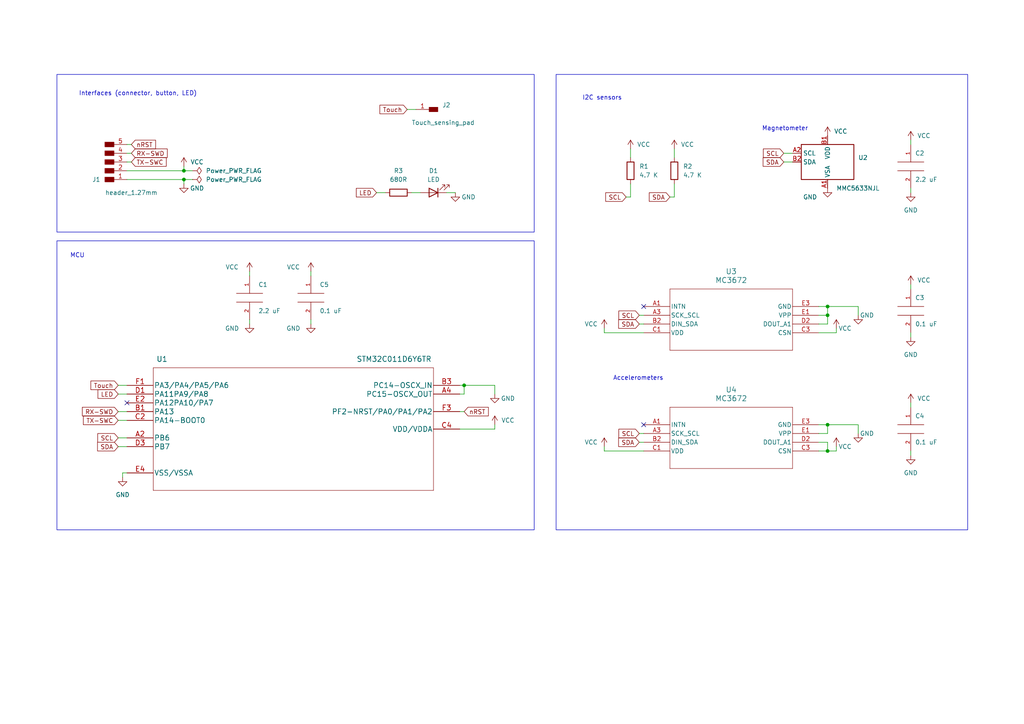
<source format=kicad_sch>
(kicad_sch (version 20230121) (generator eeschema)
  (paper "A4")
  (title_block (title "FiberCircuits - MCU & sensing fiber") (date "2023-09-06") (rev "1.0"))
  (lib_symbols
    (symbol "CBA lib:Conn_PinHeader_1x01_P2.54mm_Horizontal_SMD" (pin_names (offset 1.016) hide)
      (property "Reference" "J" (at 0 2.54 0))
      (property "Value" "Conn_PinHeader_1x01_P2.54mm_Horizontal_SMD" (at 0 -2.54 0))
      (symbol "Conn_PinHeader_1x01_P2.54mm_Horizontal_SMD_1_1"
        (rectangle (start -1.27 0.635) (end 1.27 -0.635) (stroke (width 0.1524)) (fill (type outline)))
        (pin passive line (at 5.08 0 180) (length 3.81) (name "Pin_1") (number "1"))
      )
    )
    (symbol "CBA lib:Conn_PinHeader_1x05_P2.54mm_Vertical_THT_D1mm" (pin_names hide)
      (property "Reference" "J" (at 0 7.62 0))
      (property "Value" "Conn_PinHeader_1x05_P2.54mm_Vertical_THT_D1mm" (at 0 -7.62 0))
      (symbol "Conn_PinHeader_1x05_P2.54mm_Vertical_THT_D1mm_1_1"
        (rectangle (start -1.27 -4.445) (end 1.27 -5.715) (stroke (width 0.254)) (fill (type outline)))
        (rectangle (start -1.27 -1.905) (end 1.27 -3.175) (stroke (width 0.254)) (fill (type outline)))
        (rectangle (start -1.27 0.635) (end 1.27 -0.635) (stroke (width 0.254)) (fill (type outline)))
        (rectangle (start -1.27 3.175) (end 1.27 1.905) (stroke (width 0.254)) (fill (type outline)))
        (rectangle (start -1.27 5.715) (end 1.27 4.445) (stroke (width 0.254)) (fill (type outline)))
        (pin passive line (at 5.08 5.08 180) (length 3.81) (name "Pin_1") (number "1"))
        (pin passive line (at 5.08 2.54 180) (length 3.81) (name "Pin_2") (number "2"))
        (pin passive line (at 5.08 0 180) (length 3.81) (name "Pin_3") (number "3"))
        (pin passive line (at 5.08 -2.54 180) (length 3.81) (name "Pin_4") (number "4"))
        (pin passive line (at 5.08 -5.08 180) (length 3.81) (name "Pin_5") (number "5"))
      )
    )
    (symbol "Device:LED" (pin_numbers hide) (pin_names (offset 1.016) hide)
      (property "Reference" "D" (at 0 2.54 0))
      (property "Value" "LED" (at 0 -2.54 0))
      (symbol "LED_0_1"
        (polyline (pts (xy -1.27 -1.27) (xy -1.27 1.27)) (stroke (width 0.254)))
        (polyline (pts (xy -1.27 0) (xy 1.27 0)))
        (polyline (pts (xy 1.27 -1.27) (xy 1.27 1.27) (xy -1.27 0) (xy 1.27 -1.27)) (stroke (width 0.254)))
        (polyline (pts (xy -3.048 -0.762) (xy -4.572 -2.286) (xy -3.81 -2.286) (xy -4.572 -2.286) (xy -4.572 -1.524)))
        (polyline (pts (xy -1.778 -0.762) (xy -3.302 -2.286) (xy -2.54 -2.286) (xy -3.302 -2.286) (xy -3.302 -1.524)))
      )
      (symbol "LED_1_1"
        (pin passive line (at -3.81 0 0) (length 2.54) (name "K") (number "1"))
        (pin passive line (at 3.81 0 180) (length 2.54) (name "A") (number "2"))
      )
    )
    (symbol "Device:R" (pin_numbers hide) (pin_names (offset 0))
      (property "Reference" "R" (at 2.032 0 90))
      (property "Value" "R" (at 0 0 90))
      (symbol "R_0_1"
        (rectangle (start -1.016 -2.54) (end 1.016 2.54) (stroke (width 0.254)))
      )
      (symbol "R_1_1"
        (pin passive line (at 0 3.81 270) (length 1.27) (name "~") (number "1"))
        (pin passive line (at 0 -3.81 90) (length 1.27) (name "~") (number "2"))
      )
    )
    (symbol "MC3672:MC3672" (pin_names (offset 0.254))
      (property "Reference" "U" (at 8.89 7.62 0))
      (property "Value" "MC3672" (at 38.1 7.62 0))
      (symbol "MC3672_0_1"
        (polyline (pts (xy 7.62 -12.7) (xy 43.18 -12.7)) (stroke (width 0.127)))
        (polyline (pts (xy 7.62 5.08) (xy 7.62 -12.7)) (stroke (width 0.127)))
        (polyline (pts (xy 43.18 -12.7) (xy 43.18 5.08)) (stroke (width 0.127)))
        (polyline (pts (xy 43.18 5.08) (xy 7.62 5.08)) (stroke (width 0.127)))
        (pin output line (at 0 0 0) (length 7.62) (name "INTN") (number "A1"))
        (pin input line (at 0 -2.54 0) (length 7.62) (name "SCK_SCL") (number "A3"))
        (pin bidirectional line (at 0 -5.08 0) (length 7.62) (name "DIN_SDA") (number "B2"))
        (pin power_in line (at 0 -7.62 0) (length 7.62) (name "VDD") (number "C1"))
        (pin input line (at 50.8 -7.62 180) (length 7.62) (name "CSN") (number "C3"))
        (pin bidirectional line (at 50.8 -5.08 180) (length 7.62) (name "DOUT_A1") (number "D2"))
        (pin power_in line (at 50.8 -2.54 180) (length 7.62) (name "VPP") (number "E1"))
        (pin power_out line (at 50.8 0 180) (length 7.62) (name "GND") (number "E3"))
      )
    )
    (symbol "Sensor_Magnetic:MMC5633NJL"
      (property "Reference" "U2" (at 8.89 1.27 0))
      (property "Value" "MMC5633NJL" (at 2.54 -7.62 0))
      (symbol "MMC5633NJL_1_1"
        (rectangle (start -7.62 5.08) (end 7.62 -5.08) (stroke (width 0.254)))
        (pin power_in line (at 0 -7.62 90) (length 2.54) (name "VSA") (number "A1"))
        (pin input line (at -10.16 2.54 0) (length 2.54) (name "SCL") (number "A2"))
        (pin power_in line (at 0 7.62 270) (length 2.54) (name "VDD") (number "B1"))
        (pin bidirectional line (at -10.16 0 0) (length 2.54) (name "SDA") (number "B2"))
      )
    )
    (symbol "fab:Power_PWR_FLAG" (power) (pin_numbers hide) (pin_names (offset 0) hide)
      (property "Value" "Power_PWR_FLAG" (at 0 3.81 0))
      (symbol "Power_PWR_FLAG_0_0"
        (pin power_out line (at 0 0 90) (length 0) (name "pwr") (number "1"))
      )
      (symbol "Power_PWR_FLAG_0_1"
        (polyline (pts (xy 0 0) (xy 0 1.27) (xy -1.016 1.905) (xy 0 2.54) (xy 1.016 1.905) (xy 0 1.27)))
      )
    )
    (symbol "fab:STM32C011D6Y6TR" (pin_names (offset 0.254))
      (property "Reference" "U" (at 48.26 10.16 0))
      (property "Value" "STM32C011D6Y6TR" (at 48.26 7.62 0))
      (symbol "STM32C011D6Y6TR_1_1"
        (polyline (pts (xy 7.62 -30.48) (xy 88.9 -30.48)) (stroke (width 0.127)))
        (polyline (pts (xy 7.62 5.08) (xy 7.62 -30.48)) (stroke (width 0.127)))
        (polyline (pts (xy 88.9 -30.48) (xy 88.9 5.08)) (stroke (width 0.127)))
        (polyline (pts (xy 88.9 5.08) (xy 7.62 5.08)) (stroke (width 0.127)))
        (pin bidirectional line (at 0 -15.24 0) (length 7.62) (name "PB6") (number "A2"))
        (pin bidirectional line (at 96.52 -2.54 180) (length 7.62) (name "PC15-OSCX_OUT") (number "A4"))
        (pin bidirectional line (at 0 -7.62 0) (length 7.62) (name "PA13") (number "B1"))
        (pin bidirectional line (at 96.52 0 180) (length 7.62) (name "PC14-OSCX_IN") (number "B3"))
        (pin bidirectional line (at 0 -10.16 0) (length 7.62) (name "PA14-BOOT0") (number "C2"))
        (pin power_in line (at 96.52 -12.7 180) (length 7.62) (name "VDD/VDDA") (number "C4"))
        (pin bidirectional line (at 0 -2.54 0) (length 7.62) (name "PA11PA9/PA8") (number "D1"))
        (pin bidirectional line (at 0 -17.78 0) (length 7.62) (name "PB7") (number "D3"))
        (pin bidirectional line (at 0 -5.08 0) (length 7.62) (name "PA12PA10/PA7") (number "E2"))
        (pin power_in line (at 0 -25.4 0) (length 7.62) (name "VSS/VSSA") (number "E4"))
        (pin bidirectional line (at 0 0 0) (length 7.62) (name "PA3/PA4/PA5/PA6") (number "F1"))
        (pin bidirectional line (at 96.52 -7.62 180) (length 7.62) (name "PF2-NRST/PA0/PA1/PA2") (number "F3"))
      )
    )
    (symbol "power:GND" (power) (pin_names (offset 0))
      (property "Value" "GND" (at 0 -3.81 0))
      (symbol "GND_0_1"
        (polyline (pts (xy 0 0) (xy 0 -1.27) (xy 1.27 -1.27) (xy 0 -2.54) (xy -1.27 -1.27) (xy 0 -1.27)))
      )
      (symbol "GND_1_1"
        (pin power_in line (at 0 0 270) (length 0) hide (name "GND") (number "1"))
      )
    )
    (symbol "power:VCC" (power) (pin_names (offset 0))
      (property "Value" "VCC" (at 0 3.81 0))
      (symbol "VCC_0_1"
        (polyline (pts (xy -0.762 1.27) (xy 0 2.54)))
        (polyline (pts (xy 0 0) (xy 0 2.54)))
        (polyline (pts (xy 0 2.54) (xy 0.762 1.27)))
      )
      (symbol "VCC_1_1"
        (pin power_in line (at 0 0 90) (length 0) hide (name "VCC") (number "1"))
      )
    )
    (symbol "pspice:C" (pin_names (offset 0.254))
      (property "Reference" "C" (at 2.54 3.81 90))
      (property "Value" "C" (at 2.54 -3.81 90))
      (symbol "C_0_1"
        (polyline (pts (xy -3.81 -1.27) (xy 3.81 -1.27)))
        (polyline (pts (xy -3.81 1.27) (xy 3.81 1.27)))
      )
      (symbol "C_1_1"
        (pin passive line (at 0 6.35 270) (length 5.08) (name "~") (number "1"))
        (pin passive line (at 0 -6.35 90) (length 5.08) (name "~") (number "2"))
      )
    )
  )
  (junction (at 53.34 52.07))
  (junction (at 240.03 88.9))
  (junction (at 240.03 130.81))
  (junction (at 240.03 123.19))
  (junction (at 134.62 111.76))
  (junction (at 53.34 49.53))
  (junction (at 240.03 91.44))
  (no_connect (at 186.69 123.19))
  (no_connect (at 36.83 116.84))
  (no_connect (at 186.69 88.9))
  (wire (pts (xy 264.16 130.81) (xy 264.16 132.08)))
  (wire (pts (xy 185.42 93.98) (xy 186.69 93.98)))
  (wire (pts (xy 129.54 55.88) (xy 132.08 55.88)))
  (wire (pts (xy 34.29 121.92) (xy 36.83 121.92)))
  (wire (pts (xy 134.62 111.76) (xy 134.62 114.3)))
  (wire (pts (xy 118.11 31.75) (xy 120.65 31.75)))
  (wire (pts (xy 34.29 114.3) (xy 36.83 114.3)))
  (wire (pts (xy 240.03 128.27) (xy 240.03 130.81)))
  (wire (pts (xy 237.49 91.44) (xy 240.03 91.44)))
  (wire (pts (xy 53.34 49.53) (xy 55.88 49.53)))
  (wire (pts (xy 237.49 96.52) (xy 242.57 96.52)))
  (wire (pts (xy 53.34 52.07) (xy 53.34 53.34)))
  (wire (pts (xy 36.83 52.07) (xy 53.34 52.07)))
  (wire (pts (xy 90.17 78.74) (xy 90.17 80.01)))
  (wire (pts (xy 143.51 124.46) (xy 143.51 123.19)))
  (wire (pts (xy 240.03 130.81) (xy 242.57 130.81)))
  (wire (pts (xy 194.31 57.15) (xy 195.58 57.15)))
  (wire (pts (xy 182.88 43.18) (xy 182.88 45.72)))
  (wire (pts (xy 34.29 111.76) (xy 36.83 111.76)))
  (wire (pts (xy 242.57 129.54) (xy 242.57 130.81)))
  (wire (pts (xy 36.83 44.45) (xy 38.1 44.45)))
  (wire (pts (xy 53.34 52.07) (xy 55.88 52.07)))
  (wire (pts (xy 133.35 111.76) (xy 134.62 111.76)))
  (wire (pts (xy 121.92 55.88) (xy 119.38 55.88)))
  (wire (pts (xy 240.03 88.9) (xy 248.92 88.9)))
  (wire (pts (xy 36.83 41.91) (xy 38.1 41.91)))
  (wire (pts (xy 264.16 96.52) (xy 264.16 97.79)))
  (wire (pts (xy 237.49 128.27) (xy 240.03 128.27)))
  (wire (pts (xy 264.16 116.84) (xy 264.16 118.11)))
  (wire (pts (xy 133.35 119.38) (xy 134.62 119.38)))
  (wire (pts (xy 143.51 111.76) (xy 134.62 111.76)))
  (wire (pts (xy 53.34 48.26) (xy 53.34 49.53)))
  (wire (pts (xy 36.83 49.53) (xy 53.34 49.53)))
  (wire (pts (xy 240.03 123.19) (xy 240.03 125.73)))
  (wire (pts (xy 133.35 114.3) (xy 134.62 114.3)))
  (wire (pts (xy 227.33 46.99) (xy 229.87 46.99)))
  (wire (pts (xy 72.39 92.71) (xy 72.39 93.98)))
  (wire (pts (xy 195.58 43.18) (xy 195.58 45.72)))
  (wire (pts (xy 175.26 130.81) (xy 175.26 129.54)))
  (wire (pts (xy 240.03 91.44) (xy 240.03 93.98)))
  (wire (pts (xy 181.61 57.15) (xy 182.88 57.15)))
  (wire (pts (xy 264.16 40.64) (xy 264.16 41.91)))
  (wire (pts (xy 133.35 124.46) (xy 143.51 124.46)))
  (wire (pts (xy 185.42 125.73) (xy 186.69 125.73)))
  (wire (pts (xy 109.22 55.88) (xy 111.76 55.88)))
  (wire (pts (xy 186.69 130.81) (xy 175.26 130.81)))
  (wire (pts (xy 185.42 128.27) (xy 186.69 128.27)))
  (wire (pts (xy 240.03 123.19) (xy 248.92 123.19)))
  (wire (pts (xy 175.26 96.52) (xy 175.26 95.25)))
  (wire (pts (xy 35.56 138.43) (xy 35.56 137.16)))
  (wire (pts (xy 36.83 46.99) (xy 38.1 46.99)))
  (wire (pts (xy 72.39 78.74) (xy 72.39 80.01)))
  (wire (pts (xy 143.51 114.3) (xy 143.51 111.76)))
  (wire (pts (xy 34.29 119.38) (xy 36.83 119.38)))
  (wire (pts (xy 227.33 44.45) (xy 229.87 44.45)))
  (wire (pts (xy 264.16 82.55) (xy 264.16 83.82)))
  (wire (pts (xy 237.49 123.19) (xy 240.03 123.19)))
  (wire (pts (xy 248.92 91.44) (xy 248.92 88.9)))
  (wire (pts (xy 90.17 92.71) (xy 90.17 93.98)))
  (wire (pts (xy 240.03 88.9) (xy 240.03 91.44)))
  (wire (pts (xy 34.29 129.54) (xy 36.83 129.54)))
  (wire (pts (xy 264.16 54.61) (xy 264.16 55.88)))
  (wire (pts (xy 34.29 127) (xy 36.83 127)))
  (wire (pts (xy 185.42 91.44) (xy 186.69 91.44)))
  (wire (pts (xy 195.58 57.15) (xy 195.58 53.34)))
  (wire (pts (xy 237.49 88.9) (xy 240.03 88.9)))
  (wire (pts (xy 182.88 57.15) (xy 182.88 53.34)))
  (wire (pts (xy 35.56 137.16) (xy 36.83 137.16)))
  (wire (pts (xy 186.69 96.52) (xy 175.26 96.52)))
  (wire (pts (xy 242.57 95.25) (xy 242.57 96.52)))
  (wire (pts (xy 237.49 130.81) (xy 240.03 130.81)))
  (wire (pts (xy 248.92 125.73) (xy 248.92 123.19)))
  (wire (pts (xy 237.49 125.73) (xy 240.03 125.73)))
  (wire (pts (xy 237.49 93.98) (xy 240.03 93.98)))
  (rectangle (start 16.51 21.59) (end 154.94 67.31))
  (rectangle (start 161.29 21.59) (end 280.67 153.67))
  (rectangle (start 16.51 69.85) (end 154.94 153.67))
  (text "MCU" (at 20.32 74.93 0) (effects (font (size 1.27 1.27)) (justify left bottom)))
  (text "Accelerometers" (at 177.8 110.49 0) (effects (font (size 1.27 1.27)) (justify left bottom)))
  (text "I2C sensors" (at 168.91 29.21 0) (effects (font (size 1.27 1.27)) (justify left bottom)))
  (text "Interfaces (connector, button, LED)" (at 22.86 27.94 0) (effects (font (size 1.27 1.27)) (justify left bottom)))
  (text "Magnetometer" (at 220.98 38.1 0) (effects (font (size 1.27 1.27)) (justify left bottom)))
  (global_label "Touch" (shape input) (at 118.11 31.75 180) (property "Intersheetrefs" "${INTERSHEET_REFS}" (effects hide)))
  (global_label "TX-SWC" (shape input) (at 34.29 121.92 180) (property "Intersheetrefs" "${INTERSHEET_REFS}" (effects hide)))
  (global_label "SCL" (shape input) (at 34.29 127 180) (property "Intersheetrefs" "${INTERSHEET_REFS}" (effects hide)))
  (global_label "RX-SWD" (shape input) (at 34.29 119.38 180) (property "Intersheetrefs" "${INTERSHEET_REFS}" (effects hide)))
  (global_label "SDA" (shape input) (at 227.33 46.99 180) (property "Intersheetrefs" "${INTERSHEET_REFS}" (effects hide)))
  (global_label "LED" (shape input) (at 34.29 114.3 180) (property "Intersheetrefs" "${INTERSHEET_REFS}" (effects hide)))
  (global_label "SDA" (shape input) (at 194.31 57.15 180) (property "Intersheetrefs" "${INTERSHEET_REFS}" (effects hide)))
  (global_label "SCL" (shape input) (at 185.42 91.44 180) (property "Intersheetrefs" "${INTERSHEET_REFS}" (effects hide)))
  (global_label "SDA" (shape input) (at 185.42 128.27 180) (property "Intersheetrefs" "${INTERSHEET_REFS}" (effects hide)))
  (global_label "Touch" (shape input) (at 34.29 111.76 180) (property "Intersheetrefs" "${INTERSHEET_REFS}" (effects hide)))
  (global_label "SCL" (shape input) (at 227.33 44.45 180) (property "Intersheetrefs" "${INTERSHEET_REFS}" (effects hide)))
  (global_label "SCL" (shape input) (at 185.42 125.73 180) (property "Intersheetrefs" "${INTERSHEET_REFS}" (effects hide)))
  (global_label "RX-SWD" (shape input) (at 38.1 44.45 0) (property "Intersheetrefs" "${INTERSHEET_REFS}" (effects hide)))
  (global_label "LED" (shape input) (at 109.22 55.88 180) (property "Intersheetrefs" "${INTERSHEET_REFS}" (effects hide)))
  (global_label "SDA" (shape input) (at 185.42 93.98 180) (property "Intersheetrefs" "${INTERSHEET_REFS}" (effects hide)))
  (global_label "nRST" (shape input) (at 38.1 41.91 0) (property "Intersheetrefs" "${INTERSHEET_REFS}" (effects hide)))
  (global_label "nRST" (shape input) (at 134.62 119.38 0) (property "Intersheetrefs" "${INTERSHEET_REFS}" (effects hide)))
  (global_label "SCL" (shape input) (at 181.61 57.15 180) (property "Intersheetrefs" "${INTERSHEET_REFS}" (effects hide)))
  (global_label "TX-SWC" (shape input) (at 38.1 46.99 0) (property "Intersheetrefs" "${INTERSHEET_REFS}" (effects hide)))
  (global_label "SDA" (shape input) (at 34.29 129.54 180) (property "Intersheetrefs" "${INTERSHEET_REFS}" (effects hide)))
  (symbol (lib_id "power:VCC") (at 264.16 82.55 0) (unit 1)
    (property "Reference" "#PWR05" (effects hide))
    (property "Value" "VCC" (at 267.97 81.28 0))
  )
  (symbol (lib_id "power:GND") (at 143.51 114.3 0) (unit 1)
    (property "Reference" "#PWR0101" (effects hide))
    (property "Value" "GND" (at 147.32 115.57 0))
  )
  (symbol (lib_id "pspice:C") (at 264.16 124.46 0) (unit 1)
    (property "Reference" "C4" (at 265.43 120.65 0) (effects (justify left)))
    (property "Value" "0.1 uF" (at 265.43 128.27 0) (effects (justify left)))
    (property "Footprint" "Capacitor_SMD:C_0402_1005Metric" (effects hide))
    (property "detail" "16V, X5R, +/-10% (4.7uF also OK)" (effects hide))
  )
  (symbol (lib_id "power:VCC") (at 242.57 95.25 0) (unit 1)
    (property "Reference" "#PWR018" (effects hide))
    (property "Value" "VCC" (at 245.11 95.25 0))
  )
  (symbol (lib_id "power:VCC") (at 240.03 39.37 0) (unit 1)
    (property "Reference" "#PWR09" (effects hide))
    (property "Value" "VCC" (at 243.84 38.1 0))
  )
  (symbol (lib_id "power:GND") (at 35.56 138.43 0) (unit 1)
    (property "Reference" "#PWR03" (effects hide))
    (property "Value" "GND" (at 35.56 143.51 0))
  )
  (symbol (lib_id "power:VCC") (at 143.51 123.19 0) (unit 1)
    (property "Reference" "#PWR04" (effects hide))
    (property "Value" "VCC" (at 147.32 121.92 0))
  )
  (symbol (lib_id "pspice:C") (at 264.16 48.26 0) (unit 1)
    (property "Reference" "C2" (at 265.43 44.45 0) (effects (justify left)))
    (property "Value" "2.2 uF" (at 265.43 52.07 0) (effects (justify left)))
    (property "Footprint" "Capacitor_SMD:C_0402_1005Metric" (effects hide))
    (property "detail" "16V, X5R, +/-10% (4.7uF also OK)" (effects hide))
  )
  (symbol (lib_id "power:GND") (at 248.92 125.73 0) (unit 1)
    (property "Reference" "#PWR011" (effects hide))
    (property "Value" "GND" (at 251.46 125.73 0))
  )
  (symbol (lib_id "power:GND") (at 240.03 54.61 0) (unit 1)
    (property "Reference" "#PWR010" (effects hide))
    (property "Value" "GND" (at 234.95 57.15 0))
  )
  (symbol (lib_id "CBA lib:Conn_PinHeader_1x01_P2.54mm_Horizontal_SMD") (at 125.73 31.75 180) (unit 1)
    (property "Reference" "J2" (at 128.27 30.48 0) (effects (justify right)))
    (property "Value" "Touch_sensing_pad" (at 119.38 35.56 0) (effects (justify right)))
    (property "Footprint" "Connector_Wire:SolderWirePad_1x01_SMD_1x2mm" (effects hide))
  )
  (symbol (lib_id "power:VCC") (at 90.17 78.74 0) (unit 1)
    (property "Reference" "#PWR0105" (effects hide))
    (property "Value" "VCC" (at 85.09 77.47 0))
  )
  (symbol (lib_id "pspice:C") (at 264.16 90.17 0) (unit 1)
    (property "Reference" "C3" (at 265.43 86.36 0) (effects (justify left)))
    (property "Value" "0.1 uF" (at 265.43 93.98 0) (effects (justify left)))
    (property "Footprint" "Capacitor_SMD:C_0402_1005Metric" (effects hide))
    (property "detail" "16V, X5R, +/-10% (4.7uF also OK)" (effects hide))
  )
  (symbol (lib_id "power:VCC") (at 175.26 129.54 0) (mirror y) (unit 1)
    (property "Reference" "#PWR012" (effects hide))
    (property "Value" "VCC" (at 171.45 128.27 0))
  )
  (symbol (lib_id "power:GND") (at 72.39 93.98 0) (unit 1)
    (property "Reference" "#PWR0103" (effects hide))
    (property "Value" "GND" (at 67.31 95.25 0))
  )
  (symbol (lib_id "MC3672:MC3672") (at 186.69 88.9 0) (unit 1)
    (property "Reference" "U3" (at 212.09 78.74 0) (effects (font (size 1.524 1.524))))
    (property "Value" "MC3672" (at 212.09 81.28 0) (effects (font (size 1.524 1.524))))
    (property "Footprint" "MC3672:BGA8_1.09X1.29_MBE" (effects hide))
    (property "Datasheet" "MC3672" (effects hide))
  )
  (symbol (lib_id "Device:R") (at 195.58 49.53 0) (unit 1)
    (property "Reference" "R2" (at 198.12 48.26 0) (effects (justify left)))
    (property "Value" "4.7 K" (at 198.12 50.8 0) (effects (justify left)))
    (property "Footprint" "Resistor_SMD:R_0402_1005Metric" (effects hide))
  )
  (symbol (lib_id "power:VCC") (at 53.34 48.26 0) (unit 1)
    (property "Reference" "#PWR01" (effects hide))
    (property "Value" "VCC" (at 57.15 46.99 0))
  )
  (symbol (lib_id "Device:LED") (at 125.73 55.88 180) (unit 1)
    (property "Reference" "D1" (at 125.73 49.53 0))
    (property "Value" "LED" (at 125.73 52.07 0))
    (property "Footprint" "LED_SMD:LED_0402_1005Metric" (effects hide))
  )
  (symbol (lib_id "power:GND") (at 248.92 91.44 0) (unit 1)
    (property "Reference" "#PWR019" (effects hide))
    (property "Value" "GND" (at 251.46 91.44 0))
  )
  (symbol (lib_id "power:GND") (at 264.16 55.88 0) (unit 1)
    (property "Reference" "#PWR017" (effects hide))
    (property "Value" "GND" (at 264.16 60.96 0))
  )
  (symbol (lib_id "Device:R") (at 182.88 49.53 0) (unit 1)
    (property "Reference" "R1" (at 185.42 48.26 0) (effects (justify left)))
    (property "Value" "4.7 K" (at 185.42 50.8 0) (effects (justify left)))
    (property "Footprint" "Resistor_SMD:R_0402_1005Metric" (effects hide))
  )
  (symbol (lib_id "fab:Power_PWR_FLAG") (at 55.88 52.07 270) (unit 1)
    (property "Reference" "#FLG04" (effects hide))
    (property "Value" "Power_PWR_FLAG" (at 59.69 52.0699 90) (effects (justify left)))
  )
  (symbol (lib_id "power:VCC") (at 195.58 43.18 0) (unit 1)
    (property "Reference" "#PWR08" (effects hide))
    (property "Value" "VCC" (at 199.39 41.91 0))
  )
  (symbol (lib_id "power:GND") (at 53.34 53.34 0) (unit 1)
    (property "Reference" "#PWR02" (effects hide))
    (property "Value" "GND" (at 57.15 54.61 0))
  )
  (symbol (lib_id "fab:Power_PWR_FLAG") (at 55.88 49.53 270) (unit 1)
    (property "Reference" "#FLG01" (effects hide))
    (property "Value" "Power_PWR_FLAG" (at 59.69 49.5299 90) (effects (justify left)))
  )
  (symbol (lib_id "fab:STM32C011D6Y6TR") (at 36.83 111.76 0) (unit 1)
    (property "Reference" "U1" (at 46.99 104.14 0) (effects (font (size 1.524 1.524))))
    (property "Value" "STM32C011D6Y6TR" (at 114.3 104.14 0) (effects (font (size 1.524 1.524))))
    (property "Footprint" "CBA lib:STM32C011D6Y6TR" (effects hide))
  )
  (symbol (lib_id "MC3672:MC3672") (at 186.69 123.19 0) (unit 1)
    (property "Reference" "U4" (at 212.09 113.03 0) (effects (font (size 1.524 1.524))))
    (property "Value" "MC3672" (at 212.09 115.57 0) (effects (font (size 1.524 1.524))))
    (property "Footprint" "MC3672:BGA8_1.09X1.29_MBE" (effects hide))
    (property "Datasheet" "MC3672" (effects hide))
  )
  (symbol (lib_id "power:VCC") (at 264.16 40.64 0) (unit 1)
    (property "Reference" "#PWR016" (effects hide))
    (property "Value" "VCC" (at 267.97 39.37 0))
  )
  (symbol (lib_id "power:VCC") (at 175.26 95.25 0) (mirror y) (unit 1)
    (property "Reference" "#PWR020" (effects hide))
    (property "Value" "VCC" (at 171.45 93.98 0))
  )
  (symbol (lib_id "power:VCC") (at 242.57 129.54 0) (unit 1)
    (property "Reference" "#PWR013" (effects hide))
    (property "Value" "VCC" (at 245.11 129.54 0))
  )
  (symbol (lib_id "Device:R") (at 115.57 55.88 90) (unit 1)
    (property "Reference" "R3" (at 115.57 49.53 90))
    (property "Value" "680R" (at 115.57 52.07 90))
    (property "Footprint" "Resistor_SMD:R_0402_1005Metric" (effects hide))
  )
  (symbol (lib_id "pspice:C") (at 72.39 86.36 0) (unit 1)
    (property "Reference" "C1" (at 74.93 82.55 0) (effects (justify left)))
    (property "Value" "2.2 uF" (at 74.93 90.17 0) (effects (justify left)))
    (property "Footprint" "Capacitor_SMD:C_0402_1005Metric" (effects hide))
    (property "detail" "16V, X5R, +/-10% (4.7uF also OK)" (effects hide))
  )
  (symbol (lib_id "CBA lib:Conn_PinHeader_1x05_P2.54mm_Vertical_THT_D1mm") (at 31.75 46.99 0) (mirror x) (unit 1)
    (property "Reference" "J1" (at 27.94 52.07 0))
    (property "Value" "header_1.27mm" (at 38.1 55.88 0))
    (property "Footprint" "CBA lib:PinHeader_1x05_P2.54mm_Vertical_THT_D1mm" (effects hide))
  )
  (symbol (lib_id "power:GND") (at 132.08 55.88 0) (unit 1)
    (property "Reference" "#PWR022" (effects hide))
    (property "Value" "GND" (at 135.89 57.15 0))
  )
  (symbol (lib_id "power:GND") (at 264.16 97.79 0) (unit 1)
    (property "Reference" "#PWR06" (effects hide))
    (property "Value" "GND" (at 264.16 102.87 0))
  )
  (symbol (lib_id "power:GND") (at 90.17 93.98 0) (unit 1)
    (property "Reference" "#PWR0104" (effects hide))
    (property "Value" "GND" (at 85.09 95.25 0))
  )
  (symbol (lib_id "pspice:C") (at 90.17 86.36 0) (unit 1)
    (property "Reference" "C5" (at 92.71 82.55 0) (effects (justify left)))
    (property "Value" "0.1 uF" (at 92.71 90.17 0) (effects (justify left)))
    (property "Footprint" "Capacitor_SMD:C_0402_1005Metric" (effects hide))
    (property "details" "16V, X7R, +/-10%" (effects hide))
  )
  (symbol (lib_id "power:VCC") (at 72.39 78.74 0) (unit 1)
    (property "Reference" "#PWR0102" (effects hide))
    (property "Value" "VCC" (at 67.31 77.47 0))
  )
  (symbol (lib_id "power:VCC") (at 182.88 43.18 0) (unit 1)
    (property "Reference" "#PWR07" (effects hide))
    (property "Value" "VCC" (at 186.69 41.91 0))
  )
  (symbol (lib_id "power:GND") (at 264.16 132.08 0) (unit 1)
    (property "Reference" "#PWR015" (effects hide))
    (property "Value" "GND" (at 264.16 137.16 0))
  )
  (symbol (lib_id "power:VCC") (at 264.16 116.84 0) (unit 1)
    (property "Reference" "#PWR014" (effects hide))
    (property "Value" "VCC" (at 267.97 115.57 0))
  )
  (symbol (lib_id "Sensor_Magnetic:MMC5633NJL") (at 240.03 46.99 0) (unit 1)
    (property "Reference" "U2" (at 248.92 45.72 0) (effects (justify left)))
    (property "Value" "MMC5633NJL" (at 242.57 54.61 0) (effects (justify left)))
    (property "Footprint" "Package_BGA:WLP-4_0.86x0.86mm_P0.4mm" (effects hide))
    (property "Datasheet" "http://www.memsic.com/uploadfiles/2020/08/20200827165106864.pdf" (effects hide))
  )
)
</source>
